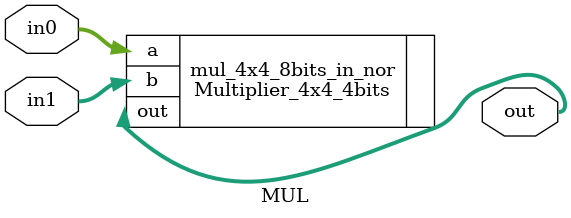
<source format=v>
`timescale 1ns/1ps

module Decode_and_Execute (op_code, rs, rt, rd);

parameter SIZE = 4;

input [3-1:0] op_code;
input [SIZE-1:0] rs, rt;
output [SIZE-1:0] rd;

wire [SIZE-1:0] out_add;
wire [SIZE-1:0] out_sub;
wire [SIZE-1:0] out_inc;
wire [SIZE-1:0] out_bitwise_nor;
wire [SIZE-1:0] out_bitwise_nand;
wire [SIZE-1:0] out_rsdiv4;
wire [SIZE-1:0] out_rsmul2;
wire [SIZE-1:0] out_mul;

wire [3-1:0] op_code_n;
wire [SIZE-1:0] and_out_add;
wire [SIZE-1:0] and_out_sub;
wire [SIZE-1:0] and_out_inc;
wire [SIZE-1:0] and_out_bitwise_nor;
wire [SIZE-1:0] and_out_bitwise_nand;
wire [SIZE-1:0] and_out_rsdiv4;
wire [SIZE-1:0] and_out_rsmul2;
wire [SIZE-1:0] and_out_mul;

ADD add_0 (
  .in0(rs),
  .in1(rt),
  .out(out_add)
);

SUB sub_0 (
  .in0(rs),
  .in1(rt),
  .out(out_sub)
);

INC inc_0 (
  .in(rs),
  .out(out_inc)
);

Bitwise_Nor bitwise_nor_0 (
  .in0(rs),
  .in1(rt),
  .out(out_bitwise_nor)
);

Bitwise_Nand bitwise_nand_0 (
  .in0(rs),
  .in1(rt),
  .out(out_bitwise_nand)
);

RsDiv4 rsdiv4_0 (
  .in(rs),
  .out(out_rsdiv4)
);

RsMul2 rsmul2_0 (
  .in(rs),
  .out(out_rsmul2)
);

MUL mul_0 (
  .in0(rs),
  .in1(rt),
  .out(out_mul)
);


// TODO: Quad 3bits Mux here
// assign rd = op_code === 3'b000 ? out_add : out_sub;
Not_1bit_in_nor not_1bit_in_nor_0 (op_code_n[0], op_code[0]);
Not_1bit_in_nor not_1bit_in_nor_1 (op_code_n[1], op_code[1]);
Not_1bit_in_nor not_1bit_in_nor_2 (op_code_n[2], op_code[2]);

And_4bits_in_nor and_4bits_in_nor_0 (and_out_add, {out_add, op_code_n[2], op_code_n[1], op_code_n[0]});
And_4bits_in_nor and_4bits_in_nor_0 (and_out_sub, {out_sub, op_code_n[2], op_code_n[1], op_code[0]});
And_4bits_in_nor and_4bits_in_nor_0 (and_out_inc, {out_inc, op_code_n[2], op_code[1], op_code_n[0]});
And_4bits_in_nor and_4bits_in_nor_0 (and_out_bitwise_nor, {out_bitwise_nor, op_code_n[2], op_code[1], op_code[0]});
And_4bits_in_nor and_4bits_in_nor_0 (and_out_bitwise_nand, {out_bitwise_nand, op_code[2], op_code_n[1], op_code_n[0]});
And_4bits_in_nor and_4bits_in_nor_0 (and_out_rsdiv4, {out_rsdiv4, op_code[2], op_code_n[1], op_code[0]});
And_4bits_in_nor and_4bits_in_nor_0 (and_out_rsmul2, {out_rsmul2, op_code[2], op_code[1], op_code_n[0]});
And_4bits_in_nor and_4bits_in_nor_0 (and_out_mul, {out_mul, op_code[2], op_code[1], op_code[0]});

Or_8bits_in_nor or_8bits_in_nor_0 (rd, {and_out_add, and_out_sub, and_out_inc, and_out_bitwise_nor, and_out_bitwise_nand, and_out_rsdiv4, and_out_rsmul2, and_out_mul});

endmodule


module ADD (out, in0, in1);

parameter SIZE = 4;

input [SIZE-1:0] in0;
input [SIZE-1:0] in1;
output [SIZE-1:0] out;

wire dummy_cout;

// TODO: 4-bit adder in nor here
// assign out = in0 + in1;
FullAdder_4bist_in_nor fa_4bits_in_nor (
  .sum(out),
  .cout(dummy_cout),
  .a(in0),
  .b(in1)
);

endmodule


module SUB (out, in0, in1);

parameter SIZE = 4;

input [SIZE-1:0] in0;
input [SIZE-1:0] in1;
output [SIZE-1:0] out;

wire [SIZE-1:0] in1_2sComplemnt;


Two_complement in1_2sComplemnt_0 (
  .in(in1),
  .out(in1_2sComplemnt)
);

ADD add_2sComplement (
  .in0(in0),
  .in1(in1_2sComplemnt),
  .out(out)
);

endmodule


module Two_complement (out, in);

parameter SIZE = 4;

input [SIZE-1:0] in;
output [SIZE-1:0] out;

wire [SIZE-1:0] in_n;

nor in_n_0 [SIZE-1:0] (in_n, in, in);

INC out_0 (
  .in(in_n),
  .out(out)
);

endmodule


module INC (out, in);

parameter SIZE = 4;

input [SIZE-1:0] in;
output [SIZE-1:0] out;

wire [SIZE-1:0] inc_one;
wire in0_n;               // in[0]_n
wire const_zero;
// wire const_one;


nor in0_n_0 (in0_n, in[0], in[0]);
nor const_zero_0 (const_zero, in[0], in0_n);

// To improve performance, direct generate const one on output
nor inc_one_0 (inc_one[0], const_zero, const_zero);
// To improve performance, direct generate const zero on output
nor inc_one_1 [3-1:0] (inc_one[3:1], in[0], in0_n);

ADD add_0 (
  .in0(in),
  .in1(inc_one),
  .out(out)
);

endmodule

module Bitwise_Nor (out, in0, in1);

parameter SIZE = 4;

input [SIZE-1:0] in0;
input [SIZE-1:0] in1;
output [SIZE-1:0] out;


nor bitwise_nor [SIZE-1:0] (out, in0, in1);

endmodule


module Bitwise_Nand (out, in0, in1);

parameter SIZE = 4;

input [SIZE-1:0] in0;
input [SIZE-1:0] in1;
output [SIZE-1:0] out;

Nand_1bit_in_nor bitwise_nand [SIZE-1:0] (
  .in0(in0),
  .in1(in1),
  .out(out)
);

endmodule


module Nand_1bit_in_nor (out, in0, in1);

input in0;
input in1;
output out;

wire in0_n;
wire in1_n;
wire out_n;


nor in0_n_0 (in0_n, in0, in0);
nor in1_n_0 (in1_n, in1, in1);

nor out_n_0 (out_n, in0_n, in1_n);
nor out_0 (out, out_n, out_n);

endmodule


module RsDiv4 (out, in);

parameter SIZE = 4;

input [SIZE-1:0] in;
output [SIZE-1:0] out;

wire [SIZE-1:0] in_n;
// wire const_zero;

nor in_n_0 [SIZE-1:0] (in_n, in, in);

// To improve performance, direct generate const zero on out[2], out[3]
// nor const_zero_0 (const_zero, in[0], in_n0]);

nor out_0 (out[0], in_n[2], in_n[2]);   // in_n[2]
nor out_1 (out[1], in_n[3], in_n[3]);   // in_n[3]
nor out_2 (out[2], in[0], in_n[0]);     // zero
nor out_3 (out[3], in[0], in_n[0]);     // zero

endmodule


module RsMul2 (out, in);

parameter SIZE = 4;

input [SIZE-1:0] in;
output [SIZE-1:0] out;

// in[3] didn't used, so -1
wire [SIZE-1-1:0] in_n;

// wire const_zero;


// in[3] didn't used, so -1
nor in_n_0 [SIZE-1-1:0] (in_n, in[SIZE-1-1:0], in[SIZE-1-1:0]);

// To improve performance, direct generate const zero on out[2], out[3]
// nor const_zero_0 (const_zero, in[0], in_n[0]);

nor out_0 (out[0], in[0], in_n[0]);     // zero
nor out_1 (out[1], in_n[0], in_n[0]);   // in_n[0]
nor out_2 (out[2], in_n[1], in_n[1]);   // in_n[1]
nor out_3 (out[3], in_n[2], in_n[2]);   // in_n[2]

endmodule


module MUL (out, in0, in1);

parameter SIZE = 4;

input [SIZE-1:0] in0;
input [SIZE-1:0] in1;
output [SIZE-1:0] out;

// TODO: multiplier in nor here
// assign out = in0 * in1;
Multiplier_4x4_4bits mul_4x4_8bits_in_nor (
  .out(out),
  .a(in0),
  .b(in1)
);

endmodule
</source>
